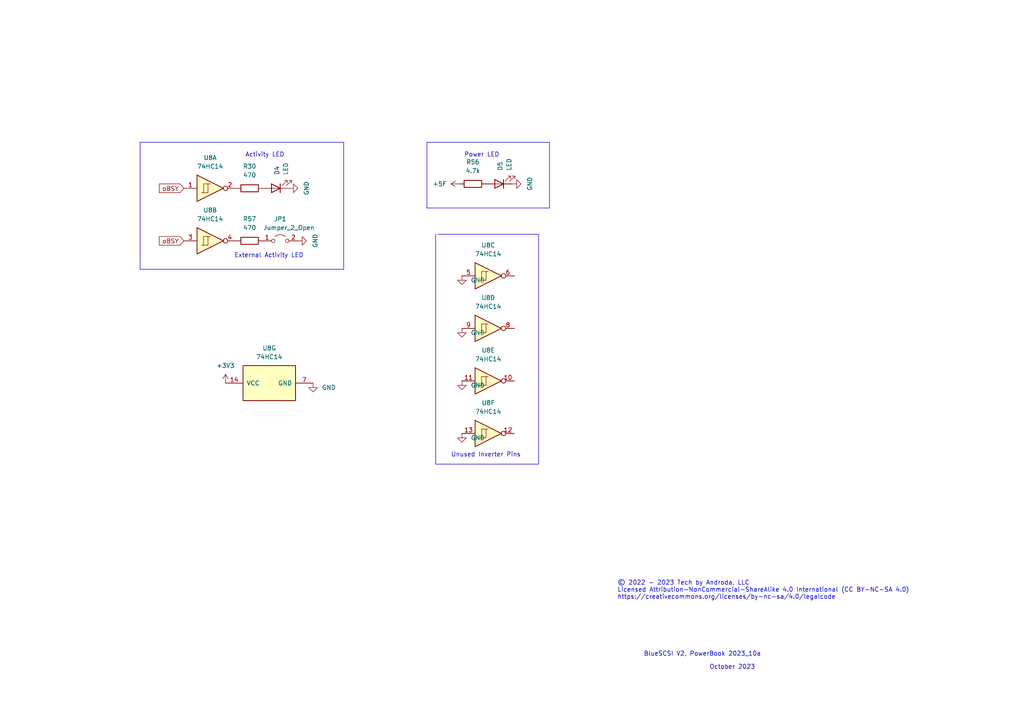
<source format=kicad_sch>
(kicad_sch (version 20230121) (generator eeschema)
  (paper "A4")
  (lib_symbols
    (symbol "74xx:74HC14" (pin_names (offset 1.016))
      (property "Reference" "U" (at 0 1.27 0))
      (property "Value" "74HC14" (at 0 -1.27 0))
      (symbol "74HC14_1_0"
        (polyline (pts (xy -3.81 3.81) (xy -3.81 -3.81) (xy 3.81 0) (xy -3.81 3.81)) (stroke (width 0.254)) (fill (type background)))
        (pin input line (at -7.62 0 0) (length 3.81) (name "~") (number "1"))
        (pin output inverted (at 7.62 0 180) (length 3.81) (name "~") (number "2"))
      )
      (symbol "74HC14_1_1"
        (polyline (pts (xy -1.905 -1.27) (xy -1.905 1.27) (xy -0.635 1.27)))
        (polyline (pts (xy -2.54 -1.27) (xy -0.635 -1.27) (xy -0.635 1.27) (xy 0 1.27)))
      )
      (symbol "74HC14_2_0"
        (polyline (pts (xy -3.81 3.81) (xy -3.81 -3.81) (xy 3.81 0) (xy -3.81 3.81)) (stroke (width 0.254)) (fill (type background)))
        (pin input line (at -7.62 0 0) (length 3.81) (name "~") (number "3"))
        (pin output inverted (at 7.62 0 180) (length 3.81) (name "~") (number "4"))
      )
      (symbol "74HC14_2_1"
        (polyline (pts (xy -1.905 -1.27) (xy -1.905 1.27) (xy -0.635 1.27)))
        (polyline (pts (xy -2.54 -1.27) (xy -0.635 -1.27) (xy -0.635 1.27) (xy 0 1.27)))
      )
      (symbol "74HC14_3_0"
        (polyline (pts (xy -3.81 3.81) (xy -3.81 -3.81) (xy 3.81 0) (xy -3.81 3.81)) (stroke (width 0.254)) (fill (type background)))
        (pin input line (at -7.62 0 0) (length 3.81) (name "~") (number "5"))
        (pin output inverted (at 7.62 0 180) (length 3.81) (name "~") (number "6"))
      )
      (symbol "74HC14_3_1"
        (polyline (pts (xy -1.905 -1.27) (xy -1.905 1.27) (xy -0.635 1.27)))
        (polyline (pts (xy -2.54 -1.27) (xy -0.635 -1.27) (xy -0.635 1.27) (xy 0 1.27)))
      )
      (symbol "74HC14_4_0"
        (polyline (pts (xy -3.81 3.81) (xy -3.81 -3.81) (xy 3.81 0) (xy -3.81 3.81)) (stroke (width 0.254)) (fill (type background)))
        (pin output inverted (at 7.62 0 180) (length 3.81) (name "~") (number "8"))
        (pin input line (at -7.62 0 0) (length 3.81) (name "~") (number "9"))
      )
      (symbol "74HC14_4_1"
        (polyline (pts (xy -1.905 -1.27) (xy -1.905 1.27) (xy -0.635 1.27)))
        (polyline (pts (xy -2.54 -1.27) (xy -0.635 -1.27) (xy -0.635 1.27) (xy 0 1.27)))
      )
      (symbol "74HC14_5_0"
        (polyline (pts (xy -3.81 3.81) (xy -3.81 -3.81) (xy 3.81 0) (xy -3.81 3.81)) (stroke (width 0.254)) (fill (type background)))
        (pin output inverted (at 7.62 0 180) (length 3.81) (name "~") (number "10"))
        (pin input line (at -7.62 0 0) (length 3.81) (name "~") (number "11"))
      )
      (symbol "74HC14_5_1"
        (polyline (pts (xy -1.905 -1.27) (xy -1.905 1.27) (xy -0.635 1.27)))
        (polyline (pts (xy -2.54 -1.27) (xy -0.635 -1.27) (xy -0.635 1.27) (xy 0 1.27)))
      )
      (symbol "74HC14_6_0"
        (polyline (pts (xy -3.81 3.81) (xy -3.81 -3.81) (xy 3.81 0) (xy -3.81 3.81)) (stroke (width 0.254)) (fill (type background)))
        (pin output inverted (at 7.62 0 180) (length 3.81) (name "~") (number "12"))
        (pin input line (at -7.62 0 0) (length 3.81) (name "~") (number "13"))
      )
      (symbol "74HC14_6_1"
        (polyline (pts (xy -1.905 -1.27) (xy -1.905 1.27) (xy -0.635 1.27)))
        (polyline (pts (xy -2.54 -1.27) (xy -0.635 -1.27) (xy -0.635 1.27) (xy 0 1.27)))
      )
      (symbol "74HC14_7_0"
        (pin power_in line (at 0 12.7 270) (length 5.08) (name "VCC") (number "14"))
        (pin power_in line (at 0 -12.7 90) (length 5.08) (name "GND") (number "7"))
      )
      (symbol "74HC14_7_1"
        (rectangle (start -5.08 7.62) (end 5.08 -7.62) (stroke (width 0.254)) (fill (type background)))
      )
    )
    (symbol "Device:LED" (pin_numbers hide) (pin_names (offset 1.016) hide)
      (property "Reference" "D" (at 0 2.54 0))
      (property "Value" "LED" (at 0 -2.54 0))
      (symbol "LED_0_1"
        (polyline (pts (xy -1.27 -1.27) (xy -1.27 1.27)) (stroke (width 0.254)))
        (polyline (pts (xy -1.27 0) (xy 1.27 0)))
        (polyline (pts (xy 1.27 -1.27) (xy 1.27 1.27) (xy -1.27 0) (xy 1.27 -1.27)) (stroke (width 0.254)))
        (polyline (pts (xy -3.048 -0.762) (xy -4.572 -2.286) (xy -3.81 -2.286) (xy -4.572 -2.286) (xy -4.572 -1.524)))
        (polyline (pts (xy -1.778 -0.762) (xy -3.302 -2.286) (xy -2.54 -2.286) (xy -3.302 -2.286) (xy -3.302 -1.524)))
      )
      (symbol "LED_1_1"
        (pin passive line (at -3.81 0 0) (length 2.54) (name "K") (number "1"))
        (pin passive line (at 3.81 0 180) (length 2.54) (name "A") (number "2"))
      )
    )
    (symbol "Device:R" (pin_numbers hide) (pin_names (offset 0))
      (property "Reference" "R" (at 2.032 0 90))
      (property "Value" "R" (at 0 0 90))
      (symbol "R_0_1"
        (rectangle (start -1.016 -2.54) (end 1.016 2.54) (stroke (width 0.254)))
      )
      (symbol "R_1_1"
        (pin passive line (at 0 3.81 270) (length 1.27) (name "~") (number "1"))
        (pin passive line (at 0 -3.81 90) (length 1.27) (name "~") (number "2"))
      )
    )
    (symbol "Jumper:Jumper_2_Open" (pin_names (offset 0) hide)
      (property "Reference" "JP" (at 0 2.794 0))
      (property "Value" "Jumper_2_Open" (at 0 -2.286 0))
      (symbol "Jumper_2_Open_0_0"
        (circle (center -2.032 0) (radius 0.508))
        (circle (center 2.032 0) (radius 0.508))
      )
      (symbol "Jumper_2_Open_0_1"
        (arc (start 1.524 1.27) (mid 0 1.778) (end -1.524 1.27))
      )
      (symbol "Jumper_2_Open_1_1"
        (pin passive line (at -5.08 0 0) (length 2.54) (name "A") (number "1"))
        (pin passive line (at 5.08 0 180) (length 2.54) (name "B") (number "2"))
      )
    )
    (symbol "power:+3.3V" (power) (pin_names (offset 0))
      (property "Value" "+3.3V" (at 0 3.556 0))
      (symbol "+3.3V_0_1"
        (polyline (pts (xy -0.762 1.27) (xy 0 2.54)))
        (polyline (pts (xy 0 0) (xy 0 2.54)))
        (polyline (pts (xy 0 2.54) (xy 0.762 1.27)))
      )
      (symbol "+3.3V_1_1"
        (pin power_in line (at 0 0 90) (length 0) hide (name "+3V3") (number "1"))
      )
    )
    (symbol "power:+5F" (power) (pin_names (offset 0))
      (property "Value" "+5F" (at 0 3.556 0))
      (symbol "+5F_0_1"
        (polyline (pts (xy -0.762 1.27) (xy 0 2.54)))
        (polyline (pts (xy 0 0) (xy 0 2.54)))
        (polyline (pts (xy 0 2.54) (xy 0.762 1.27)))
      )
      (symbol "+5F_1_1"
        (pin power_in line (at 0 0 90) (length 0) hide (name "+5F") (number "1"))
      )
    )
    (symbol "power:GND" (power) (pin_names (offset 0))
      (property "Value" "GND" (at 0 -3.81 0))
      (symbol "GND_0_1"
        (polyline (pts (xy 0 0) (xy 0 -1.27) (xy 1.27 -1.27) (xy 0 -2.54) (xy -1.27 -1.27) (xy 0 -1.27)))
      )
      (symbol "GND_1_1"
        (pin power_in line (at 0 0 270) (length 0) hide (name "GND") (number "1"))
      )
    )
  )
  (polyline (pts (xy 99.695 78.105) (xy 40.64 78.105)))
  (polyline (pts (xy 126.365 67.945) (xy 126.365 134.62)))
  (polyline (pts (xy 159.385 41.275) (xy 159.385 60.325)))
  (polyline (pts (xy 127 67.945) (xy 156.21 67.945)))
  (polyline (pts (xy 40.64 78.105) (xy 40.64 41.275)))
  (polyline (pts (xy 40.64 41.275) (xy 99.695 41.275)))
  (polyline (pts (xy 123.825 41.275) (xy 159.385 41.275)))
  (polyline (pts (xy 123.825 41.275) (xy 123.825 60.325)))
  (polyline (pts (xy 159.385 60.325) (xy 123.825 60.325)))
  (polyline (pts (xy 99.695 41.275) (xy 99.695 43.815)))
  (polyline (pts (xy 99.695 43.815) (xy 99.695 78.105)))
  (polyline (pts (xy 156.21 134.62) (xy 156.21 67.945)))
  (polyline (pts (xy 126.365 134.62) (xy 156.21 134.62)))
  (text "October 2023" (at 205.74 194.31 0) (effects (font (size 1.27 1.27)) (justify left bottom)))
  (text "Power LED" (at 134.62 45.72 0) (effects (font (size 1.27 1.27)) (justify left bottom)))
  (text "External Activity LED" (at 67.945 74.93 0) (effects (font (size 1.27 1.27)) (justify left bottom)))
  (text "Unused Inverter Pins" (at 130.81 132.715 0) (effects (font (size 1.27 1.27)) (justify left bottom)))
  (text "Activity LED" (at 71.12 45.72 0) (effects (font (size 1.27 1.27)) (justify left bottom)))
  (text "© 2022 - 2023 Tech by Androda, LLC\nLicensed Attribution-NonCommercial-ShareAlike 4.0 International (CC BY-NC-SA 4.0)\nhttps://creativecommons.org/licenses/by-nc-sa/4.0/legalcode" (at 179.07 173.99 0) (effects (font (size 1.27 1.27)) (justify left bottom)))
  (text "BlueSCSI V2, PowerBook 2023_10a" (at 186.69 190.5 0) (effects (font (size 1.27 1.27)) (justify left bottom)))
  (global_label "oBSY" (shape input) (at 53.34 54.61 180) (property "Intersheetrefs" "${INTERSHEET_REFS}" (effects hide)))
  (global_label "oBSY" (shape input) (at 53.34 69.85 180) (property "Intersheetrefs" "${INTERSHEET_REFS}" (effects hide)))
  (symbol (lib_id "74xx:74HC14") (at 141.605 95.25 0) (unit 4)
    (property "Reference" "U8" (at 141.605 86.36 0))
    (property "Value" "74HC14" (at 141.605 88.9 0))
    (property "Datasheet" "http://www.ti.com/lit/gpn/sn74HC14" (effects hide))
  )
  (symbol (lib_id "power:GND") (at 133.985 125.73 0) (unit 1)
    (property "Reference" "#PWR071" (effects hide))
    (property "Value" "GND" (at 136.525 126.9999 0) (effects (justify left)))
  )
  (symbol (lib_id "74xx:74HC14") (at 141.605 80.01 0) (unit 3)
    (property "Reference" "U8" (at 141.605 71.12 0))
    (property "Value" "74HC14" (at 141.605 73.66 0))
    (property "Datasheet" "http://www.ti.com/lit/gpn/sn74HC14" (effects hide))
  )
  (symbol (lib_id "power:GND") (at 133.985 110.49 0) (unit 1)
    (property "Reference" "#PWR070" (effects hide))
    (property "Value" "GND" (at 136.525 111.7599 0) (effects (justify left)))
  )
  (symbol (lib_id "power:GND") (at 133.985 80.01 0) (unit 1)
    (property "Reference" "#PWR068" (effects hide))
    (property "Value" "GND" (at 136.525 81.2799 0) (effects (justify left)))
  )
  (symbol (lib_id "74xx:74HC14") (at 60.96 69.85 0) (unit 2)
    (property "Reference" "U8" (at 60.96 60.96 0))
    (property "Value" "74HC14" (at 60.96 63.5 0))
    (property "Datasheet" "http://www.ti.com/lit/gpn/sn74HC14" (effects hide))
  )
  (symbol (lib_id "power:GND") (at 148.59 53.34 90) (unit 1)
    (property "Reference" "#PWR075" (effects hide))
    (property "Value" "GND" (at 153.67 53.34 0))
  )
  (symbol (lib_id "power:+5F") (at 133.35 53.34 90) (unit 1)
    (property "Reference" "#PWR0104" (effects hide))
    (property "Value" "+5F" (at 129.54 53.3399 90) (effects (justify left)))
  )
  (symbol (lib_id "Device:R") (at 137.16 53.34 90) (unit 1)
    (property "Reference" "R56" (at 137.16 46.99 90))
    (property "Value" "4.7k" (at 137.16 49.53 90))
    (property "Footprint" "Resistor_SMD:R_0603_1608Metric_Pad0.98x0.95mm_HandSolder" (effects hide))
  )
  (symbol (lib_id "Device:R") (at 72.39 69.85 90) (unit 1)
    (property "Reference" "R57" (at 72.39 63.5 90))
    (property "Value" "470" (at 72.39 66.04 90))
    (property "Footprint" "Resistor_SMD:R_0402_1005Metric_Pad0.72x0.64mm_HandSolder" (effects hide))
  )
  (symbol (lib_id "power:GND") (at 90.805 111.125 0) (unit 1)
    (property "Reference" "#PWR072" (effects hide))
    (property "Value" "GND" (at 93.345 112.3949 0) (effects (justify left)))
  )
  (symbol (lib_id "74xx:74HC14") (at 141.605 125.73 0) (unit 6)
    (property "Reference" "U8" (at 141.605 116.84 0))
    (property "Value" "74HC14" (at 141.605 119.38 0))
    (property "Datasheet" "http://www.ti.com/lit/gpn/sn74HC14" (effects hide))
  )
  (symbol (lib_id "74xx:74HC14") (at 60.96 54.61 0) (unit 1)
    (property "Reference" "U8" (at 60.96 45.72 0))
    (property "Value" "74HC14" (at 60.96 48.26 0))
    (property "Datasheet" "http://www.ti.com/lit/gpn/sn74HC14" (effects hide))
  )
  (symbol (lib_id "Device:LED") (at 80.01 54.61 180) (unit 1)
    (property "Reference" "D4" (at 80.3274 50.8 90) (effects (justify right)))
    (property "Value" "LED" (at 82.8674 50.8 90) (effects (justify right)))
    (property "Footprint" "LED_SMD:LED_0603_1608Metric_Pad1.05x0.95mm_HandSolder" (effects hide))
  )
  (symbol (lib_id "Jumper:Jumper_2_Open") (at 81.28 69.85 0) (unit 1)
    (property "Reference" "JP1" (at 81.28 63.5 0))
    (property "Value" "Jumper_2_Open" (at 83.82 66.04 0))
    (property "Footprint" "Jumper:SolderJumper-2_P1.3mm_Open_Pad1.0x1.5mm" (effects hide))
  )
  (symbol (lib_id "Device:R") (at 72.39 54.61 90) (unit 1)
    (property "Reference" "R30" (at 72.39 48.26 90))
    (property "Value" "470" (at 72.39 50.8 90))
    (property "Footprint" "Resistor_SMD:R_0402_1005Metric_Pad0.72x0.64mm_HandSolder" (effects hide))
  )
  (symbol (lib_id "power:GND") (at 133.985 95.25 0) (unit 1)
    (property "Reference" "#PWR069" (effects hide))
    (property "Value" "GND" (at 136.525 96.5199 0) (effects (justify left)))
  )
  (symbol (lib_id "Device:LED") (at 144.78 53.34 180) (unit 1)
    (property "Reference" "D5" (at 145.0974 49.53 90) (effects (justify right)))
    (property "Value" "LED" (at 147.6374 49.53 90) (effects (justify right)))
    (property "Footprint" "LED_SMD:LED_0603_1608Metric_Pad1.05x0.95mm_HandSolder" (effects hide))
  )
  (symbol (lib_id "74xx:74HC14") (at 141.605 110.49 0) (unit 5)
    (property "Reference" "U8" (at 141.605 101.6 0))
    (property "Value" "74HC14" (at 141.605 104.14 0))
    (property "Datasheet" "http://www.ti.com/lit/gpn/sn74HC14" (effects hide))
  )
  (symbol (lib_id "74xx:74HC14") (at 78.105 111.125 90) (unit 7)
    (property "Reference" "U8" (at 78.105 100.965 90))
    (property "Value" "74HC14" (at 78.105 103.505 90))
    (property "Footprint" "Package_SO:SO-14_3.9x8.65mm_P1.27mm" (effects hide))
    (property "Datasheet" "http://www.ti.com/lit/gpn/sn74HC14" (effects hide))
  )
  (symbol (lib_id "power:GND") (at 86.36 69.85 90) (unit 1)
    (property "Reference" "#PWR03" (effects hide))
    (property "Value" "GND" (at 91.44 69.85 0))
  )
  (symbol (lib_id "power:+3.3V") (at 65.405 111.125 0) (unit 1)
    (property "Reference" "#PWR051" (effects hide))
    (property "Value" "+3.3V" (at 65.405 106.045 0))
  )
  (symbol (lib_id "power:GND") (at 83.82 54.61 90) (unit 1)
    (property "Reference" "#PWR073" (effects hide))
    (property "Value" "GND" (at 88.9 54.61 0))
  )
)
</source>
